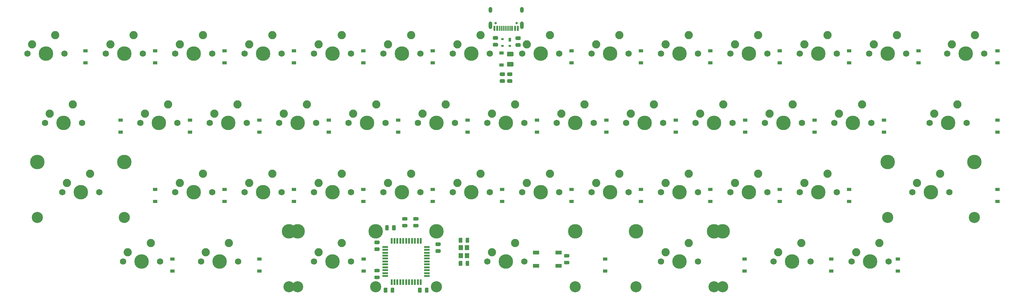
<source format=gbr>
G04 #@! TF.GenerationSoftware,KiCad,Pcbnew,(5.1.4)-1*
G04 #@! TF.CreationDate,2020-11-15T13:42:54-06:00*
G04 #@! TF.ProjectId,minim,6d696e69-6d2e-46b6-9963-61645f706362,rev?*
G04 #@! TF.SameCoordinates,Original*
G04 #@! TF.FileFunction,Soldermask,Bot*
G04 #@! TF.FilePolarity,Negative*
%FSLAX46Y46*%
G04 Gerber Fmt 4.6, Leading zero omitted, Abs format (unit mm)*
G04 Created by KiCad (PCBNEW (5.1.4)-1) date 2020-11-15 13:42:54*
%MOMM*%
%LPD*%
G04 APERTURE LIST*
%ADD10R,1.200000X0.900000*%
%ADD11C,0.100000*%
%ADD12C,0.975000*%
%ADD13R,0.600000X1.450000*%
%ADD14R,0.300000X1.450000*%
%ADD15C,0.650000*%
%ADD16O,1.000000X2.100000*%
%ADD17O,1.000000X1.600000*%
%ADD18R,0.700000X1.000000*%
%ADD19R,0.700000X0.600000*%
%ADD20C,1.250000*%
%ADD21R,1.200000X1.400000*%
%ADD22R,1.500000X0.550000*%
%ADD23R,0.550000X1.500000*%
%ADD24R,1.800000X1.100000*%
%ADD25C,1.750000*%
%ADD26C,2.250000*%
%ADD27C,3.987800*%
%ADD28C,3.048000*%
G04 APERTURE END LIST*
D10*
X22733000Y-8764000D03*
X22733000Y-12064000D03*
D11*
G36*
X113891142Y-56331174D02*
G01*
X113914803Y-56334684D01*
X113938007Y-56340496D01*
X113960529Y-56348554D01*
X113982153Y-56358782D01*
X114002670Y-56371079D01*
X114021883Y-56385329D01*
X114039607Y-56401393D01*
X114055671Y-56419117D01*
X114069921Y-56438330D01*
X114082218Y-56458847D01*
X114092446Y-56480471D01*
X114100504Y-56502993D01*
X114106316Y-56526197D01*
X114109826Y-56549858D01*
X114111000Y-56573750D01*
X114111000Y-57061250D01*
X114109826Y-57085142D01*
X114106316Y-57108803D01*
X114100504Y-57132007D01*
X114092446Y-57154529D01*
X114082218Y-57176153D01*
X114069921Y-57196670D01*
X114055671Y-57215883D01*
X114039607Y-57233607D01*
X114021883Y-57249671D01*
X114002670Y-57263921D01*
X113982153Y-57276218D01*
X113960529Y-57286446D01*
X113938007Y-57294504D01*
X113914803Y-57300316D01*
X113891142Y-57303826D01*
X113867250Y-57305000D01*
X112954750Y-57305000D01*
X112930858Y-57303826D01*
X112907197Y-57300316D01*
X112883993Y-57294504D01*
X112861471Y-57286446D01*
X112839847Y-57276218D01*
X112819330Y-57263921D01*
X112800117Y-57249671D01*
X112782393Y-57233607D01*
X112766329Y-57215883D01*
X112752079Y-57196670D01*
X112739782Y-57176153D01*
X112729554Y-57154529D01*
X112721496Y-57132007D01*
X112715684Y-57108803D01*
X112712174Y-57085142D01*
X112711000Y-57061250D01*
X112711000Y-56573750D01*
X112712174Y-56549858D01*
X112715684Y-56526197D01*
X112721496Y-56502993D01*
X112729554Y-56480471D01*
X112739782Y-56458847D01*
X112752079Y-56438330D01*
X112766329Y-56419117D01*
X112782393Y-56401393D01*
X112800117Y-56385329D01*
X112819330Y-56371079D01*
X112839847Y-56358782D01*
X112861471Y-56348554D01*
X112883993Y-56340496D01*
X112907197Y-56334684D01*
X112930858Y-56331174D01*
X112954750Y-56330000D01*
X113867250Y-56330000D01*
X113891142Y-56331174D01*
X113891142Y-56331174D01*
G37*
D12*
X113411000Y-56817500D03*
D11*
G36*
X113891142Y-54456174D02*
G01*
X113914803Y-54459684D01*
X113938007Y-54465496D01*
X113960529Y-54473554D01*
X113982153Y-54483782D01*
X114002670Y-54496079D01*
X114021883Y-54510329D01*
X114039607Y-54526393D01*
X114055671Y-54544117D01*
X114069921Y-54563330D01*
X114082218Y-54583847D01*
X114092446Y-54605471D01*
X114100504Y-54627993D01*
X114106316Y-54651197D01*
X114109826Y-54674858D01*
X114111000Y-54698750D01*
X114111000Y-55186250D01*
X114109826Y-55210142D01*
X114106316Y-55233803D01*
X114100504Y-55257007D01*
X114092446Y-55279529D01*
X114082218Y-55301153D01*
X114069921Y-55321670D01*
X114055671Y-55340883D01*
X114039607Y-55358607D01*
X114021883Y-55374671D01*
X114002670Y-55388921D01*
X113982153Y-55401218D01*
X113960529Y-55411446D01*
X113938007Y-55419504D01*
X113914803Y-55425316D01*
X113891142Y-55428826D01*
X113867250Y-55430000D01*
X112954750Y-55430000D01*
X112930858Y-55428826D01*
X112907197Y-55425316D01*
X112883993Y-55419504D01*
X112861471Y-55411446D01*
X112839847Y-55401218D01*
X112819330Y-55388921D01*
X112800117Y-55374671D01*
X112782393Y-55358607D01*
X112766329Y-55340883D01*
X112752079Y-55321670D01*
X112739782Y-55301153D01*
X112729554Y-55279529D01*
X112721496Y-55257007D01*
X112715684Y-55233803D01*
X112712174Y-55210142D01*
X112711000Y-55186250D01*
X112711000Y-54698750D01*
X112712174Y-54674858D01*
X112715684Y-54651197D01*
X112721496Y-54627993D01*
X112729554Y-54605471D01*
X112739782Y-54583847D01*
X112752079Y-54563330D01*
X112766329Y-54544117D01*
X112782393Y-54526393D01*
X112800117Y-54510329D01*
X112819330Y-54496079D01*
X112839847Y-54483782D01*
X112861471Y-54473554D01*
X112883993Y-54465496D01*
X112907197Y-54459684D01*
X112930858Y-54456174D01*
X112954750Y-54455000D01*
X113867250Y-54455000D01*
X113891142Y-54456174D01*
X113891142Y-54456174D01*
G37*
D12*
X113411000Y-54942500D03*
D11*
G36*
X119987142Y-63316174D02*
G01*
X120010803Y-63319684D01*
X120034007Y-63325496D01*
X120056529Y-63333554D01*
X120078153Y-63343782D01*
X120098670Y-63356079D01*
X120117883Y-63370329D01*
X120135607Y-63386393D01*
X120151671Y-63404117D01*
X120165921Y-63423330D01*
X120178218Y-63443847D01*
X120188446Y-63465471D01*
X120196504Y-63487993D01*
X120202316Y-63511197D01*
X120205826Y-63534858D01*
X120207000Y-63558750D01*
X120207000Y-64046250D01*
X120205826Y-64070142D01*
X120202316Y-64093803D01*
X120196504Y-64117007D01*
X120188446Y-64139529D01*
X120178218Y-64161153D01*
X120165921Y-64181670D01*
X120151671Y-64200883D01*
X120135607Y-64218607D01*
X120117883Y-64234671D01*
X120098670Y-64248921D01*
X120078153Y-64261218D01*
X120056529Y-64271446D01*
X120034007Y-64279504D01*
X120010803Y-64285316D01*
X119987142Y-64288826D01*
X119963250Y-64290000D01*
X119050750Y-64290000D01*
X119026858Y-64288826D01*
X119003197Y-64285316D01*
X118979993Y-64279504D01*
X118957471Y-64271446D01*
X118935847Y-64261218D01*
X118915330Y-64248921D01*
X118896117Y-64234671D01*
X118878393Y-64218607D01*
X118862329Y-64200883D01*
X118848079Y-64181670D01*
X118835782Y-64161153D01*
X118825554Y-64139529D01*
X118817496Y-64117007D01*
X118811684Y-64093803D01*
X118808174Y-64070142D01*
X118807000Y-64046250D01*
X118807000Y-63558750D01*
X118808174Y-63534858D01*
X118811684Y-63511197D01*
X118817496Y-63487993D01*
X118825554Y-63465471D01*
X118835782Y-63443847D01*
X118848079Y-63423330D01*
X118862329Y-63404117D01*
X118878393Y-63386393D01*
X118896117Y-63370329D01*
X118915330Y-63356079D01*
X118935847Y-63343782D01*
X118957471Y-63333554D01*
X118979993Y-63325496D01*
X119003197Y-63319684D01*
X119026858Y-63316174D01*
X119050750Y-63315000D01*
X119963250Y-63315000D01*
X119987142Y-63316174D01*
X119987142Y-63316174D01*
G37*
D12*
X119507000Y-63802500D03*
D11*
G36*
X119987142Y-61441174D02*
G01*
X120010803Y-61444684D01*
X120034007Y-61450496D01*
X120056529Y-61458554D01*
X120078153Y-61468782D01*
X120098670Y-61481079D01*
X120117883Y-61495329D01*
X120135607Y-61511393D01*
X120151671Y-61529117D01*
X120165921Y-61548330D01*
X120178218Y-61568847D01*
X120188446Y-61590471D01*
X120196504Y-61612993D01*
X120202316Y-61636197D01*
X120205826Y-61659858D01*
X120207000Y-61683750D01*
X120207000Y-62171250D01*
X120205826Y-62195142D01*
X120202316Y-62218803D01*
X120196504Y-62242007D01*
X120188446Y-62264529D01*
X120178218Y-62286153D01*
X120165921Y-62306670D01*
X120151671Y-62325883D01*
X120135607Y-62343607D01*
X120117883Y-62359671D01*
X120098670Y-62373921D01*
X120078153Y-62386218D01*
X120056529Y-62396446D01*
X120034007Y-62404504D01*
X120010803Y-62410316D01*
X119987142Y-62413826D01*
X119963250Y-62415000D01*
X119050750Y-62415000D01*
X119026858Y-62413826D01*
X119003197Y-62410316D01*
X118979993Y-62404504D01*
X118957471Y-62396446D01*
X118935847Y-62386218D01*
X118915330Y-62373921D01*
X118896117Y-62359671D01*
X118878393Y-62343607D01*
X118862329Y-62325883D01*
X118848079Y-62306670D01*
X118835782Y-62286153D01*
X118825554Y-62264529D01*
X118817496Y-62242007D01*
X118811684Y-62218803D01*
X118808174Y-62195142D01*
X118807000Y-62171250D01*
X118807000Y-61683750D01*
X118808174Y-61659858D01*
X118811684Y-61636197D01*
X118817496Y-61612993D01*
X118825554Y-61590471D01*
X118835782Y-61568847D01*
X118848079Y-61548330D01*
X118862329Y-61529117D01*
X118878393Y-61511393D01*
X118896117Y-61495329D01*
X118915330Y-61481079D01*
X118935847Y-61468782D01*
X118957471Y-61458554D01*
X118979993Y-61450496D01*
X119003197Y-61444684D01*
X119026858Y-61441174D01*
X119050750Y-61440000D01*
X119963250Y-61440000D01*
X119987142Y-61441174D01*
X119987142Y-61441174D01*
G37*
D12*
X119507000Y-61927500D03*
D13*
X141401000Y-2615000D03*
X134951000Y-2615000D03*
X140626000Y-2615000D03*
X135726000Y-2615000D03*
D14*
X136426000Y-2615000D03*
X139926000Y-2615000D03*
X136926000Y-2615000D03*
X139426000Y-2615000D03*
X137426000Y-2615000D03*
X138926000Y-2615000D03*
X138426000Y-2615000D03*
X137926000Y-2615000D03*
D15*
X141066000Y-1170000D03*
X135286000Y-1170000D03*
D16*
X133856000Y-1700000D03*
X142496000Y-1700000D03*
D17*
X133856000Y2480000D03*
X142496000Y2480000D03*
D18*
X139176000Y-5727000D03*
D19*
X137176000Y-5527000D03*
X139176000Y-7427000D03*
X137176000Y-7427000D03*
D11*
G36*
X139672142Y-14705174D02*
G01*
X139695803Y-14708684D01*
X139719007Y-14714496D01*
X139741529Y-14722554D01*
X139763153Y-14732782D01*
X139783670Y-14745079D01*
X139802883Y-14759329D01*
X139820607Y-14775393D01*
X139836671Y-14793117D01*
X139850921Y-14812330D01*
X139863218Y-14832847D01*
X139873446Y-14854471D01*
X139881504Y-14876993D01*
X139887316Y-14900197D01*
X139890826Y-14923858D01*
X139892000Y-14947750D01*
X139892000Y-15435250D01*
X139890826Y-15459142D01*
X139887316Y-15482803D01*
X139881504Y-15506007D01*
X139873446Y-15528529D01*
X139863218Y-15550153D01*
X139850921Y-15570670D01*
X139836671Y-15589883D01*
X139820607Y-15607607D01*
X139802883Y-15623671D01*
X139783670Y-15637921D01*
X139763153Y-15650218D01*
X139741529Y-15660446D01*
X139719007Y-15668504D01*
X139695803Y-15674316D01*
X139672142Y-15677826D01*
X139648250Y-15679000D01*
X138735750Y-15679000D01*
X138711858Y-15677826D01*
X138688197Y-15674316D01*
X138664993Y-15668504D01*
X138642471Y-15660446D01*
X138620847Y-15650218D01*
X138600330Y-15637921D01*
X138581117Y-15623671D01*
X138563393Y-15607607D01*
X138547329Y-15589883D01*
X138533079Y-15570670D01*
X138520782Y-15550153D01*
X138510554Y-15528529D01*
X138502496Y-15506007D01*
X138496684Y-15482803D01*
X138493174Y-15459142D01*
X138492000Y-15435250D01*
X138492000Y-14947750D01*
X138493174Y-14923858D01*
X138496684Y-14900197D01*
X138502496Y-14876993D01*
X138510554Y-14854471D01*
X138520782Y-14832847D01*
X138533079Y-14812330D01*
X138547329Y-14793117D01*
X138563393Y-14775393D01*
X138581117Y-14759329D01*
X138600330Y-14745079D01*
X138620847Y-14732782D01*
X138642471Y-14722554D01*
X138664993Y-14714496D01*
X138688197Y-14708684D01*
X138711858Y-14705174D01*
X138735750Y-14704000D01*
X139648250Y-14704000D01*
X139672142Y-14705174D01*
X139672142Y-14705174D01*
G37*
D12*
X139192000Y-15191500D03*
D11*
G36*
X139672142Y-16580174D02*
G01*
X139695803Y-16583684D01*
X139719007Y-16589496D01*
X139741529Y-16597554D01*
X139763153Y-16607782D01*
X139783670Y-16620079D01*
X139802883Y-16634329D01*
X139820607Y-16650393D01*
X139836671Y-16668117D01*
X139850921Y-16687330D01*
X139863218Y-16707847D01*
X139873446Y-16729471D01*
X139881504Y-16751993D01*
X139887316Y-16775197D01*
X139890826Y-16798858D01*
X139892000Y-16822750D01*
X139892000Y-17310250D01*
X139890826Y-17334142D01*
X139887316Y-17357803D01*
X139881504Y-17381007D01*
X139873446Y-17403529D01*
X139863218Y-17425153D01*
X139850921Y-17445670D01*
X139836671Y-17464883D01*
X139820607Y-17482607D01*
X139802883Y-17498671D01*
X139783670Y-17512921D01*
X139763153Y-17525218D01*
X139741529Y-17535446D01*
X139719007Y-17543504D01*
X139695803Y-17549316D01*
X139672142Y-17552826D01*
X139648250Y-17554000D01*
X138735750Y-17554000D01*
X138711858Y-17552826D01*
X138688197Y-17549316D01*
X138664993Y-17543504D01*
X138642471Y-17535446D01*
X138620847Y-17525218D01*
X138600330Y-17512921D01*
X138581117Y-17498671D01*
X138563393Y-17482607D01*
X138547329Y-17464883D01*
X138533079Y-17445670D01*
X138520782Y-17425153D01*
X138510554Y-17403529D01*
X138502496Y-17381007D01*
X138496684Y-17357803D01*
X138493174Y-17334142D01*
X138492000Y-17310250D01*
X138492000Y-16822750D01*
X138493174Y-16798858D01*
X138496684Y-16775197D01*
X138502496Y-16751993D01*
X138510554Y-16729471D01*
X138520782Y-16707847D01*
X138533079Y-16687330D01*
X138547329Y-16668117D01*
X138563393Y-16650393D01*
X138581117Y-16634329D01*
X138600330Y-16620079D01*
X138620847Y-16607782D01*
X138642471Y-16597554D01*
X138664993Y-16589496D01*
X138688197Y-16583684D01*
X138711858Y-16580174D01*
X138735750Y-16579000D01*
X139648250Y-16579000D01*
X139672142Y-16580174D01*
X139672142Y-16580174D01*
G37*
D12*
X139192000Y-17066500D03*
D11*
G36*
X137640142Y-14705174D02*
G01*
X137663803Y-14708684D01*
X137687007Y-14714496D01*
X137709529Y-14722554D01*
X137731153Y-14732782D01*
X137751670Y-14745079D01*
X137770883Y-14759329D01*
X137788607Y-14775393D01*
X137804671Y-14793117D01*
X137818921Y-14812330D01*
X137831218Y-14832847D01*
X137841446Y-14854471D01*
X137849504Y-14876993D01*
X137855316Y-14900197D01*
X137858826Y-14923858D01*
X137860000Y-14947750D01*
X137860000Y-15435250D01*
X137858826Y-15459142D01*
X137855316Y-15482803D01*
X137849504Y-15506007D01*
X137841446Y-15528529D01*
X137831218Y-15550153D01*
X137818921Y-15570670D01*
X137804671Y-15589883D01*
X137788607Y-15607607D01*
X137770883Y-15623671D01*
X137751670Y-15637921D01*
X137731153Y-15650218D01*
X137709529Y-15660446D01*
X137687007Y-15668504D01*
X137663803Y-15674316D01*
X137640142Y-15677826D01*
X137616250Y-15679000D01*
X136703750Y-15679000D01*
X136679858Y-15677826D01*
X136656197Y-15674316D01*
X136632993Y-15668504D01*
X136610471Y-15660446D01*
X136588847Y-15650218D01*
X136568330Y-15637921D01*
X136549117Y-15623671D01*
X136531393Y-15607607D01*
X136515329Y-15589883D01*
X136501079Y-15570670D01*
X136488782Y-15550153D01*
X136478554Y-15528529D01*
X136470496Y-15506007D01*
X136464684Y-15482803D01*
X136461174Y-15459142D01*
X136460000Y-15435250D01*
X136460000Y-14947750D01*
X136461174Y-14923858D01*
X136464684Y-14900197D01*
X136470496Y-14876993D01*
X136478554Y-14854471D01*
X136488782Y-14832847D01*
X136501079Y-14812330D01*
X136515329Y-14793117D01*
X136531393Y-14775393D01*
X136549117Y-14759329D01*
X136568330Y-14745079D01*
X136588847Y-14732782D01*
X136610471Y-14722554D01*
X136632993Y-14714496D01*
X136656197Y-14708684D01*
X136679858Y-14705174D01*
X136703750Y-14704000D01*
X137616250Y-14704000D01*
X137640142Y-14705174D01*
X137640142Y-14705174D01*
G37*
D12*
X137160000Y-15191500D03*
D11*
G36*
X137640142Y-16580174D02*
G01*
X137663803Y-16583684D01*
X137687007Y-16589496D01*
X137709529Y-16597554D01*
X137731153Y-16607782D01*
X137751670Y-16620079D01*
X137770883Y-16634329D01*
X137788607Y-16650393D01*
X137804671Y-16668117D01*
X137818921Y-16687330D01*
X137831218Y-16707847D01*
X137841446Y-16729471D01*
X137849504Y-16751993D01*
X137855316Y-16775197D01*
X137858826Y-16798858D01*
X137860000Y-16822750D01*
X137860000Y-17310250D01*
X137858826Y-17334142D01*
X137855316Y-17357803D01*
X137849504Y-17381007D01*
X137841446Y-17403529D01*
X137831218Y-17425153D01*
X137818921Y-17445670D01*
X137804671Y-17464883D01*
X137788607Y-17482607D01*
X137770883Y-17498671D01*
X137751670Y-17512921D01*
X137731153Y-17525218D01*
X137709529Y-17535446D01*
X137687007Y-17543504D01*
X137663803Y-17549316D01*
X137640142Y-17552826D01*
X137616250Y-17554000D01*
X136703750Y-17554000D01*
X136679858Y-17552826D01*
X136656197Y-17549316D01*
X136632993Y-17543504D01*
X136610471Y-17535446D01*
X136588847Y-17525218D01*
X136568330Y-17512921D01*
X136549117Y-17498671D01*
X136531393Y-17482607D01*
X136515329Y-17464883D01*
X136501079Y-17445670D01*
X136488782Y-17425153D01*
X136478554Y-17403529D01*
X136470496Y-17381007D01*
X136464684Y-17357803D01*
X136461174Y-17334142D01*
X136460000Y-17310250D01*
X136460000Y-16822750D01*
X136461174Y-16798858D01*
X136464684Y-16775197D01*
X136470496Y-16751993D01*
X136478554Y-16729471D01*
X136488782Y-16707847D01*
X136501079Y-16687330D01*
X136515329Y-16668117D01*
X136531393Y-16650393D01*
X136549117Y-16634329D01*
X136568330Y-16620079D01*
X136588847Y-16607782D01*
X136610471Y-16597554D01*
X136632993Y-16589496D01*
X136656197Y-16583684D01*
X136679858Y-16580174D01*
X136703750Y-16579000D01*
X137616250Y-16579000D01*
X137640142Y-16580174D01*
X137640142Y-16580174D01*
G37*
D12*
X137160000Y-17066500D03*
D11*
G36*
X141958142Y-6674174D02*
G01*
X141981803Y-6677684D01*
X142005007Y-6683496D01*
X142027529Y-6691554D01*
X142049153Y-6701782D01*
X142069670Y-6714079D01*
X142088883Y-6728329D01*
X142106607Y-6744393D01*
X142122671Y-6762117D01*
X142136921Y-6781330D01*
X142149218Y-6801847D01*
X142159446Y-6823471D01*
X142167504Y-6845993D01*
X142173316Y-6869197D01*
X142176826Y-6892858D01*
X142178000Y-6916750D01*
X142178000Y-7404250D01*
X142176826Y-7428142D01*
X142173316Y-7451803D01*
X142167504Y-7475007D01*
X142159446Y-7497529D01*
X142149218Y-7519153D01*
X142136921Y-7539670D01*
X142122671Y-7558883D01*
X142106607Y-7576607D01*
X142088883Y-7592671D01*
X142069670Y-7606921D01*
X142049153Y-7619218D01*
X142027529Y-7629446D01*
X142005007Y-7637504D01*
X141981803Y-7643316D01*
X141958142Y-7646826D01*
X141934250Y-7648000D01*
X141021750Y-7648000D01*
X140997858Y-7646826D01*
X140974197Y-7643316D01*
X140950993Y-7637504D01*
X140928471Y-7629446D01*
X140906847Y-7619218D01*
X140886330Y-7606921D01*
X140867117Y-7592671D01*
X140849393Y-7576607D01*
X140833329Y-7558883D01*
X140819079Y-7539670D01*
X140806782Y-7519153D01*
X140796554Y-7497529D01*
X140788496Y-7475007D01*
X140782684Y-7451803D01*
X140779174Y-7428142D01*
X140778000Y-7404250D01*
X140778000Y-6916750D01*
X140779174Y-6892858D01*
X140782684Y-6869197D01*
X140788496Y-6845993D01*
X140796554Y-6823471D01*
X140806782Y-6801847D01*
X140819079Y-6781330D01*
X140833329Y-6762117D01*
X140849393Y-6744393D01*
X140867117Y-6728329D01*
X140886330Y-6714079D01*
X140906847Y-6701782D01*
X140928471Y-6691554D01*
X140950993Y-6683496D01*
X140974197Y-6677684D01*
X140997858Y-6674174D01*
X141021750Y-6673000D01*
X141934250Y-6673000D01*
X141958142Y-6674174D01*
X141958142Y-6674174D01*
G37*
D12*
X141478000Y-7160500D03*
D11*
G36*
X141958142Y-4799174D02*
G01*
X141981803Y-4802684D01*
X142005007Y-4808496D01*
X142027529Y-4816554D01*
X142049153Y-4826782D01*
X142069670Y-4839079D01*
X142088883Y-4853329D01*
X142106607Y-4869393D01*
X142122671Y-4887117D01*
X142136921Y-4906330D01*
X142149218Y-4926847D01*
X142159446Y-4948471D01*
X142167504Y-4970993D01*
X142173316Y-4994197D01*
X142176826Y-5017858D01*
X142178000Y-5041750D01*
X142178000Y-5529250D01*
X142176826Y-5553142D01*
X142173316Y-5576803D01*
X142167504Y-5600007D01*
X142159446Y-5622529D01*
X142149218Y-5644153D01*
X142136921Y-5664670D01*
X142122671Y-5683883D01*
X142106607Y-5701607D01*
X142088883Y-5717671D01*
X142069670Y-5731921D01*
X142049153Y-5744218D01*
X142027529Y-5754446D01*
X142005007Y-5762504D01*
X141981803Y-5768316D01*
X141958142Y-5771826D01*
X141934250Y-5773000D01*
X141021750Y-5773000D01*
X140997858Y-5771826D01*
X140974197Y-5768316D01*
X140950993Y-5762504D01*
X140928471Y-5754446D01*
X140906847Y-5744218D01*
X140886330Y-5731921D01*
X140867117Y-5717671D01*
X140849393Y-5701607D01*
X140833329Y-5683883D01*
X140819079Y-5664670D01*
X140806782Y-5644153D01*
X140796554Y-5622529D01*
X140788496Y-5600007D01*
X140782684Y-5576803D01*
X140779174Y-5553142D01*
X140778000Y-5529250D01*
X140778000Y-5041750D01*
X140779174Y-5017858D01*
X140782684Y-4994197D01*
X140788496Y-4970993D01*
X140796554Y-4948471D01*
X140806782Y-4926847D01*
X140819079Y-4906330D01*
X140833329Y-4887117D01*
X140849393Y-4869393D01*
X140867117Y-4853329D01*
X140886330Y-4839079D01*
X140906847Y-4826782D01*
X140928471Y-4816554D01*
X140950993Y-4808496D01*
X140974197Y-4802684D01*
X140997858Y-4799174D01*
X141021750Y-4798000D01*
X141934250Y-4798000D01*
X141958142Y-4799174D01*
X141958142Y-4799174D01*
G37*
D12*
X141478000Y-5285500D03*
D11*
G36*
X135735142Y-6595674D02*
G01*
X135758803Y-6599184D01*
X135782007Y-6604996D01*
X135804529Y-6613054D01*
X135826153Y-6623282D01*
X135846670Y-6635579D01*
X135865883Y-6649829D01*
X135883607Y-6665893D01*
X135899671Y-6683617D01*
X135913921Y-6702830D01*
X135926218Y-6723347D01*
X135936446Y-6744971D01*
X135944504Y-6767493D01*
X135950316Y-6790697D01*
X135953826Y-6814358D01*
X135955000Y-6838250D01*
X135955000Y-7325750D01*
X135953826Y-7349642D01*
X135950316Y-7373303D01*
X135944504Y-7396507D01*
X135936446Y-7419029D01*
X135926218Y-7440653D01*
X135913921Y-7461170D01*
X135899671Y-7480383D01*
X135883607Y-7498107D01*
X135865883Y-7514171D01*
X135846670Y-7528421D01*
X135826153Y-7540718D01*
X135804529Y-7550946D01*
X135782007Y-7559004D01*
X135758803Y-7564816D01*
X135735142Y-7568326D01*
X135711250Y-7569500D01*
X134798750Y-7569500D01*
X134774858Y-7568326D01*
X134751197Y-7564816D01*
X134727993Y-7559004D01*
X134705471Y-7550946D01*
X134683847Y-7540718D01*
X134663330Y-7528421D01*
X134644117Y-7514171D01*
X134626393Y-7498107D01*
X134610329Y-7480383D01*
X134596079Y-7461170D01*
X134583782Y-7440653D01*
X134573554Y-7419029D01*
X134565496Y-7396507D01*
X134559684Y-7373303D01*
X134556174Y-7349642D01*
X134555000Y-7325750D01*
X134555000Y-6838250D01*
X134556174Y-6814358D01*
X134559684Y-6790697D01*
X134565496Y-6767493D01*
X134573554Y-6744971D01*
X134583782Y-6723347D01*
X134596079Y-6702830D01*
X134610329Y-6683617D01*
X134626393Y-6665893D01*
X134644117Y-6649829D01*
X134663330Y-6635579D01*
X134683847Y-6623282D01*
X134705471Y-6613054D01*
X134727993Y-6604996D01*
X134751197Y-6599184D01*
X134774858Y-6595674D01*
X134798750Y-6594500D01*
X135711250Y-6594500D01*
X135735142Y-6595674D01*
X135735142Y-6595674D01*
G37*
D12*
X135255000Y-7082000D03*
D11*
G36*
X135735142Y-4720674D02*
G01*
X135758803Y-4724184D01*
X135782007Y-4729996D01*
X135804529Y-4738054D01*
X135826153Y-4748282D01*
X135846670Y-4760579D01*
X135865883Y-4774829D01*
X135883607Y-4790893D01*
X135899671Y-4808617D01*
X135913921Y-4827830D01*
X135926218Y-4848347D01*
X135936446Y-4869971D01*
X135944504Y-4892493D01*
X135950316Y-4915697D01*
X135953826Y-4939358D01*
X135955000Y-4963250D01*
X135955000Y-5450750D01*
X135953826Y-5474642D01*
X135950316Y-5498303D01*
X135944504Y-5521507D01*
X135936446Y-5544029D01*
X135926218Y-5565653D01*
X135913921Y-5586170D01*
X135899671Y-5605383D01*
X135883607Y-5623107D01*
X135865883Y-5639171D01*
X135846670Y-5653421D01*
X135826153Y-5665718D01*
X135804529Y-5675946D01*
X135782007Y-5684004D01*
X135758803Y-5689816D01*
X135735142Y-5693326D01*
X135711250Y-5694500D01*
X134798750Y-5694500D01*
X134774858Y-5693326D01*
X134751197Y-5689816D01*
X134727993Y-5684004D01*
X134705471Y-5675946D01*
X134683847Y-5665718D01*
X134663330Y-5653421D01*
X134644117Y-5639171D01*
X134626393Y-5623107D01*
X134610329Y-5605383D01*
X134596079Y-5586170D01*
X134583782Y-5565653D01*
X134573554Y-5544029D01*
X134565496Y-5521507D01*
X134559684Y-5498303D01*
X134556174Y-5474642D01*
X134555000Y-5450750D01*
X134555000Y-4963250D01*
X134556174Y-4939358D01*
X134559684Y-4915697D01*
X134565496Y-4892493D01*
X134573554Y-4869971D01*
X134583782Y-4848347D01*
X134596079Y-4827830D01*
X134610329Y-4808617D01*
X134626393Y-4790893D01*
X134644117Y-4774829D01*
X134663330Y-4760579D01*
X134683847Y-4748282D01*
X134705471Y-4738054D01*
X134727993Y-4729996D01*
X134751197Y-4724184D01*
X134774858Y-4720674D01*
X134798750Y-4719500D01*
X135711250Y-4719500D01*
X135735142Y-4720674D01*
X135735142Y-4720674D01*
G37*
D12*
X135255000Y-5207000D03*
D11*
G36*
X139968504Y-11825204D02*
G01*
X139992773Y-11828804D01*
X140016571Y-11834765D01*
X140039671Y-11843030D01*
X140061849Y-11853520D01*
X140082893Y-11866133D01*
X140102598Y-11880747D01*
X140120777Y-11897223D01*
X140137253Y-11915402D01*
X140151867Y-11935107D01*
X140164480Y-11956151D01*
X140174970Y-11978329D01*
X140183235Y-12001429D01*
X140189196Y-12025227D01*
X140192796Y-12049496D01*
X140194000Y-12074000D01*
X140194000Y-12824000D01*
X140192796Y-12848504D01*
X140189196Y-12872773D01*
X140183235Y-12896571D01*
X140174970Y-12919671D01*
X140164480Y-12941849D01*
X140151867Y-12962893D01*
X140137253Y-12982598D01*
X140120777Y-13000777D01*
X140102598Y-13017253D01*
X140082893Y-13031867D01*
X140061849Y-13044480D01*
X140039671Y-13054970D01*
X140016571Y-13063235D01*
X139992773Y-13069196D01*
X139968504Y-13072796D01*
X139944000Y-13074000D01*
X138694000Y-13074000D01*
X138669496Y-13072796D01*
X138645227Y-13069196D01*
X138621429Y-13063235D01*
X138598329Y-13054970D01*
X138576151Y-13044480D01*
X138555107Y-13031867D01*
X138535402Y-13017253D01*
X138517223Y-13000777D01*
X138500747Y-12982598D01*
X138486133Y-12962893D01*
X138473520Y-12941849D01*
X138463030Y-12919671D01*
X138454765Y-12896571D01*
X138448804Y-12872773D01*
X138445204Y-12848504D01*
X138444000Y-12824000D01*
X138444000Y-12074000D01*
X138445204Y-12049496D01*
X138448804Y-12025227D01*
X138454765Y-12001429D01*
X138463030Y-11978329D01*
X138473520Y-11956151D01*
X138486133Y-11935107D01*
X138500747Y-11915402D01*
X138517223Y-11897223D01*
X138535402Y-11880747D01*
X138555107Y-11866133D01*
X138576151Y-11853520D01*
X138598329Y-11843030D01*
X138621429Y-11834765D01*
X138645227Y-11828804D01*
X138669496Y-11825204D01*
X138694000Y-11824000D01*
X139944000Y-11824000D01*
X139968504Y-11825204D01*
X139968504Y-11825204D01*
G37*
D20*
X139319000Y-12449000D03*
D11*
G36*
X139968504Y-9025204D02*
G01*
X139992773Y-9028804D01*
X140016571Y-9034765D01*
X140039671Y-9043030D01*
X140061849Y-9053520D01*
X140082893Y-9066133D01*
X140102598Y-9080747D01*
X140120777Y-9097223D01*
X140137253Y-9115402D01*
X140151867Y-9135107D01*
X140164480Y-9156151D01*
X140174970Y-9178329D01*
X140183235Y-9201429D01*
X140189196Y-9225227D01*
X140192796Y-9249496D01*
X140194000Y-9274000D01*
X140194000Y-10024000D01*
X140192796Y-10048504D01*
X140189196Y-10072773D01*
X140183235Y-10096571D01*
X140174970Y-10119671D01*
X140164480Y-10141849D01*
X140151867Y-10162893D01*
X140137253Y-10182598D01*
X140120777Y-10200777D01*
X140102598Y-10217253D01*
X140082893Y-10231867D01*
X140061849Y-10244480D01*
X140039671Y-10254970D01*
X140016571Y-10263235D01*
X139992773Y-10269196D01*
X139968504Y-10272796D01*
X139944000Y-10274000D01*
X138694000Y-10274000D01*
X138669496Y-10272796D01*
X138645227Y-10269196D01*
X138621429Y-10263235D01*
X138598329Y-10254970D01*
X138576151Y-10244480D01*
X138555107Y-10231867D01*
X138535402Y-10217253D01*
X138517223Y-10200777D01*
X138500747Y-10182598D01*
X138486133Y-10162893D01*
X138473520Y-10141849D01*
X138463030Y-10119671D01*
X138454765Y-10096571D01*
X138448804Y-10072773D01*
X138445204Y-10048504D01*
X138444000Y-10024000D01*
X138444000Y-9274000D01*
X138445204Y-9249496D01*
X138448804Y-9225227D01*
X138454765Y-9201429D01*
X138463030Y-9178329D01*
X138473520Y-9156151D01*
X138486133Y-9135107D01*
X138500747Y-9115402D01*
X138517223Y-9097223D01*
X138535402Y-9080747D01*
X138555107Y-9066133D01*
X138576151Y-9053520D01*
X138598329Y-9043030D01*
X138621429Y-9034765D01*
X138645227Y-9028804D01*
X138669496Y-9025204D01*
X138694000Y-9024000D01*
X139944000Y-9024000D01*
X139968504Y-9025204D01*
X139968504Y-9025204D01*
G37*
D20*
X139319000Y-9649000D03*
D21*
X127469000Y-65108000D03*
X127469000Y-62908000D03*
X125769000Y-62908000D03*
X125769000Y-65108000D03*
D22*
X105044000Y-62675000D03*
X105044000Y-63475000D03*
X105044000Y-64275000D03*
X105044000Y-65075000D03*
X105044000Y-65875000D03*
X105044000Y-66675000D03*
X105044000Y-67475000D03*
X105044000Y-68275000D03*
X105044000Y-69075000D03*
X105044000Y-69875000D03*
X105044000Y-70675000D03*
D23*
X106744000Y-72375000D03*
X107544000Y-72375000D03*
X108344000Y-72375000D03*
X109144000Y-72375000D03*
X109944000Y-72375000D03*
X110744000Y-72375000D03*
X111544000Y-72375000D03*
X112344000Y-72375000D03*
X113144000Y-72375000D03*
X113944000Y-72375000D03*
X114744000Y-72375000D03*
D22*
X116444000Y-70675000D03*
X116444000Y-69875000D03*
X116444000Y-69075000D03*
X116444000Y-68275000D03*
X116444000Y-67475000D03*
X116444000Y-66675000D03*
X116444000Y-65875000D03*
X116444000Y-65075000D03*
X116444000Y-64275000D03*
X116444000Y-63475000D03*
X116444000Y-62675000D03*
D23*
X114744000Y-60975000D03*
X113944000Y-60975000D03*
X113144000Y-60975000D03*
X112344000Y-60975000D03*
X111544000Y-60975000D03*
X110744000Y-60975000D03*
X109944000Y-60975000D03*
X109144000Y-60975000D03*
X108344000Y-60975000D03*
X107544000Y-60975000D03*
X106744000Y-60975000D03*
D24*
X152579000Y-64190000D03*
X146379000Y-67890000D03*
X152579000Y-67890000D03*
X146379000Y-64190000D03*
D11*
G36*
X105375142Y-73850174D02*
G01*
X105398803Y-73853684D01*
X105422007Y-73859496D01*
X105444529Y-73867554D01*
X105466153Y-73877782D01*
X105486670Y-73890079D01*
X105505883Y-73904329D01*
X105523607Y-73920393D01*
X105539671Y-73938117D01*
X105553921Y-73957330D01*
X105566218Y-73977847D01*
X105576446Y-73999471D01*
X105584504Y-74021993D01*
X105590316Y-74045197D01*
X105593826Y-74068858D01*
X105595000Y-74092750D01*
X105595000Y-75005250D01*
X105593826Y-75029142D01*
X105590316Y-75052803D01*
X105584504Y-75076007D01*
X105576446Y-75098529D01*
X105566218Y-75120153D01*
X105553921Y-75140670D01*
X105539671Y-75159883D01*
X105523607Y-75177607D01*
X105505883Y-75193671D01*
X105486670Y-75207921D01*
X105466153Y-75220218D01*
X105444529Y-75230446D01*
X105422007Y-75238504D01*
X105398803Y-75244316D01*
X105375142Y-75247826D01*
X105351250Y-75249000D01*
X104863750Y-75249000D01*
X104839858Y-75247826D01*
X104816197Y-75244316D01*
X104792993Y-75238504D01*
X104770471Y-75230446D01*
X104748847Y-75220218D01*
X104728330Y-75207921D01*
X104709117Y-75193671D01*
X104691393Y-75177607D01*
X104675329Y-75159883D01*
X104661079Y-75140670D01*
X104648782Y-75120153D01*
X104638554Y-75098529D01*
X104630496Y-75076007D01*
X104624684Y-75052803D01*
X104621174Y-75029142D01*
X104620000Y-75005250D01*
X104620000Y-74092750D01*
X104621174Y-74068858D01*
X104624684Y-74045197D01*
X104630496Y-74021993D01*
X104638554Y-73999471D01*
X104648782Y-73977847D01*
X104661079Y-73957330D01*
X104675329Y-73938117D01*
X104691393Y-73920393D01*
X104709117Y-73904329D01*
X104728330Y-73890079D01*
X104748847Y-73877782D01*
X104770471Y-73867554D01*
X104792993Y-73859496D01*
X104816197Y-73853684D01*
X104839858Y-73850174D01*
X104863750Y-73849000D01*
X105351250Y-73849000D01*
X105375142Y-73850174D01*
X105375142Y-73850174D01*
G37*
D12*
X105107500Y-74549000D03*
D11*
G36*
X107250142Y-73850174D02*
G01*
X107273803Y-73853684D01*
X107297007Y-73859496D01*
X107319529Y-73867554D01*
X107341153Y-73877782D01*
X107361670Y-73890079D01*
X107380883Y-73904329D01*
X107398607Y-73920393D01*
X107414671Y-73938117D01*
X107428921Y-73957330D01*
X107441218Y-73977847D01*
X107451446Y-73999471D01*
X107459504Y-74021993D01*
X107465316Y-74045197D01*
X107468826Y-74068858D01*
X107470000Y-74092750D01*
X107470000Y-75005250D01*
X107468826Y-75029142D01*
X107465316Y-75052803D01*
X107459504Y-75076007D01*
X107451446Y-75098529D01*
X107441218Y-75120153D01*
X107428921Y-75140670D01*
X107414671Y-75159883D01*
X107398607Y-75177607D01*
X107380883Y-75193671D01*
X107361670Y-75207921D01*
X107341153Y-75220218D01*
X107319529Y-75230446D01*
X107297007Y-75238504D01*
X107273803Y-75244316D01*
X107250142Y-75247826D01*
X107226250Y-75249000D01*
X106738750Y-75249000D01*
X106714858Y-75247826D01*
X106691197Y-75244316D01*
X106667993Y-75238504D01*
X106645471Y-75230446D01*
X106623847Y-75220218D01*
X106603330Y-75207921D01*
X106584117Y-75193671D01*
X106566393Y-75177607D01*
X106550329Y-75159883D01*
X106536079Y-75140670D01*
X106523782Y-75120153D01*
X106513554Y-75098529D01*
X106505496Y-75076007D01*
X106499684Y-75052803D01*
X106496174Y-75029142D01*
X106495000Y-75005250D01*
X106495000Y-74092750D01*
X106496174Y-74068858D01*
X106499684Y-74045197D01*
X106505496Y-74021993D01*
X106513554Y-73999471D01*
X106523782Y-73977847D01*
X106536079Y-73957330D01*
X106550329Y-73938117D01*
X106566393Y-73920393D01*
X106584117Y-73904329D01*
X106603330Y-73890079D01*
X106623847Y-73877782D01*
X106645471Y-73867554D01*
X106667993Y-73859496D01*
X106691197Y-73853684D01*
X106714858Y-73850174D01*
X106738750Y-73849000D01*
X107226250Y-73849000D01*
X107250142Y-73850174D01*
X107250142Y-73850174D01*
G37*
D12*
X106982500Y-74549000D03*
D11*
G36*
X155293142Y-66491174D02*
G01*
X155316803Y-66494684D01*
X155340007Y-66500496D01*
X155362529Y-66508554D01*
X155384153Y-66518782D01*
X155404670Y-66531079D01*
X155423883Y-66545329D01*
X155441607Y-66561393D01*
X155457671Y-66579117D01*
X155471921Y-66598330D01*
X155484218Y-66618847D01*
X155494446Y-66640471D01*
X155502504Y-66662993D01*
X155508316Y-66686197D01*
X155511826Y-66709858D01*
X155513000Y-66733750D01*
X155513000Y-67221250D01*
X155511826Y-67245142D01*
X155508316Y-67268803D01*
X155502504Y-67292007D01*
X155494446Y-67314529D01*
X155484218Y-67336153D01*
X155471921Y-67356670D01*
X155457671Y-67375883D01*
X155441607Y-67393607D01*
X155423883Y-67409671D01*
X155404670Y-67423921D01*
X155384153Y-67436218D01*
X155362529Y-67446446D01*
X155340007Y-67454504D01*
X155316803Y-67460316D01*
X155293142Y-67463826D01*
X155269250Y-67465000D01*
X154356750Y-67465000D01*
X154332858Y-67463826D01*
X154309197Y-67460316D01*
X154285993Y-67454504D01*
X154263471Y-67446446D01*
X154241847Y-67436218D01*
X154221330Y-67423921D01*
X154202117Y-67409671D01*
X154184393Y-67393607D01*
X154168329Y-67375883D01*
X154154079Y-67356670D01*
X154141782Y-67336153D01*
X154131554Y-67314529D01*
X154123496Y-67292007D01*
X154117684Y-67268803D01*
X154114174Y-67245142D01*
X154113000Y-67221250D01*
X154113000Y-66733750D01*
X154114174Y-66709858D01*
X154117684Y-66686197D01*
X154123496Y-66662993D01*
X154131554Y-66640471D01*
X154141782Y-66618847D01*
X154154079Y-66598330D01*
X154168329Y-66579117D01*
X154184393Y-66561393D01*
X154202117Y-66545329D01*
X154221330Y-66531079D01*
X154241847Y-66518782D01*
X154263471Y-66508554D01*
X154285993Y-66500496D01*
X154309197Y-66494684D01*
X154332858Y-66491174D01*
X154356750Y-66490000D01*
X155269250Y-66490000D01*
X155293142Y-66491174D01*
X155293142Y-66491174D01*
G37*
D12*
X154813000Y-66977500D03*
D11*
G36*
X155293142Y-64616174D02*
G01*
X155316803Y-64619684D01*
X155340007Y-64625496D01*
X155362529Y-64633554D01*
X155384153Y-64643782D01*
X155404670Y-64656079D01*
X155423883Y-64670329D01*
X155441607Y-64686393D01*
X155457671Y-64704117D01*
X155471921Y-64723330D01*
X155484218Y-64743847D01*
X155494446Y-64765471D01*
X155502504Y-64787993D01*
X155508316Y-64811197D01*
X155511826Y-64834858D01*
X155513000Y-64858750D01*
X155513000Y-65346250D01*
X155511826Y-65370142D01*
X155508316Y-65393803D01*
X155502504Y-65417007D01*
X155494446Y-65439529D01*
X155484218Y-65461153D01*
X155471921Y-65481670D01*
X155457671Y-65500883D01*
X155441607Y-65518607D01*
X155423883Y-65534671D01*
X155404670Y-65548921D01*
X155384153Y-65561218D01*
X155362529Y-65571446D01*
X155340007Y-65579504D01*
X155316803Y-65585316D01*
X155293142Y-65588826D01*
X155269250Y-65590000D01*
X154356750Y-65590000D01*
X154332858Y-65588826D01*
X154309197Y-65585316D01*
X154285993Y-65579504D01*
X154263471Y-65571446D01*
X154241847Y-65561218D01*
X154221330Y-65548921D01*
X154202117Y-65534671D01*
X154184393Y-65518607D01*
X154168329Y-65500883D01*
X154154079Y-65481670D01*
X154141782Y-65461153D01*
X154131554Y-65439529D01*
X154123496Y-65417007D01*
X154117684Y-65393803D01*
X154114174Y-65370142D01*
X154113000Y-65346250D01*
X154113000Y-64858750D01*
X154114174Y-64834858D01*
X154117684Y-64811197D01*
X154123496Y-64787993D01*
X154131554Y-64765471D01*
X154141782Y-64743847D01*
X154154079Y-64723330D01*
X154168329Y-64704117D01*
X154184393Y-64686393D01*
X154202117Y-64670329D01*
X154221330Y-64656079D01*
X154241847Y-64643782D01*
X154263471Y-64633554D01*
X154285993Y-64625496D01*
X154309197Y-64619684D01*
X154332858Y-64616174D01*
X154356750Y-64615000D01*
X155269250Y-64615000D01*
X155293142Y-64616174D01*
X155293142Y-64616174D01*
G37*
D12*
X154813000Y-65102500D03*
D11*
G36*
X105756142Y-56705174D02*
G01*
X105779803Y-56708684D01*
X105803007Y-56714496D01*
X105825529Y-56722554D01*
X105847153Y-56732782D01*
X105867670Y-56745079D01*
X105886883Y-56759329D01*
X105904607Y-56775393D01*
X105920671Y-56793117D01*
X105934921Y-56812330D01*
X105947218Y-56832847D01*
X105957446Y-56854471D01*
X105965504Y-56876993D01*
X105971316Y-56900197D01*
X105974826Y-56923858D01*
X105976000Y-56947750D01*
X105976000Y-57860250D01*
X105974826Y-57884142D01*
X105971316Y-57907803D01*
X105965504Y-57931007D01*
X105957446Y-57953529D01*
X105947218Y-57975153D01*
X105934921Y-57995670D01*
X105920671Y-58014883D01*
X105904607Y-58032607D01*
X105886883Y-58048671D01*
X105867670Y-58062921D01*
X105847153Y-58075218D01*
X105825529Y-58085446D01*
X105803007Y-58093504D01*
X105779803Y-58099316D01*
X105756142Y-58102826D01*
X105732250Y-58104000D01*
X105244750Y-58104000D01*
X105220858Y-58102826D01*
X105197197Y-58099316D01*
X105173993Y-58093504D01*
X105151471Y-58085446D01*
X105129847Y-58075218D01*
X105109330Y-58062921D01*
X105090117Y-58048671D01*
X105072393Y-58032607D01*
X105056329Y-58014883D01*
X105042079Y-57995670D01*
X105029782Y-57975153D01*
X105019554Y-57953529D01*
X105011496Y-57931007D01*
X105005684Y-57907803D01*
X105002174Y-57884142D01*
X105001000Y-57860250D01*
X105001000Y-56947750D01*
X105002174Y-56923858D01*
X105005684Y-56900197D01*
X105011496Y-56876993D01*
X105019554Y-56854471D01*
X105029782Y-56832847D01*
X105042079Y-56812330D01*
X105056329Y-56793117D01*
X105072393Y-56775393D01*
X105090117Y-56759329D01*
X105109330Y-56745079D01*
X105129847Y-56732782D01*
X105151471Y-56722554D01*
X105173993Y-56714496D01*
X105197197Y-56708684D01*
X105220858Y-56705174D01*
X105244750Y-56704000D01*
X105732250Y-56704000D01*
X105756142Y-56705174D01*
X105756142Y-56705174D01*
G37*
D12*
X105488500Y-57404000D03*
D11*
G36*
X107631142Y-56705174D02*
G01*
X107654803Y-56708684D01*
X107678007Y-56714496D01*
X107700529Y-56722554D01*
X107722153Y-56732782D01*
X107742670Y-56745079D01*
X107761883Y-56759329D01*
X107779607Y-56775393D01*
X107795671Y-56793117D01*
X107809921Y-56812330D01*
X107822218Y-56832847D01*
X107832446Y-56854471D01*
X107840504Y-56876993D01*
X107846316Y-56900197D01*
X107849826Y-56923858D01*
X107851000Y-56947750D01*
X107851000Y-57860250D01*
X107849826Y-57884142D01*
X107846316Y-57907803D01*
X107840504Y-57931007D01*
X107832446Y-57953529D01*
X107822218Y-57975153D01*
X107809921Y-57995670D01*
X107795671Y-58014883D01*
X107779607Y-58032607D01*
X107761883Y-58048671D01*
X107742670Y-58062921D01*
X107722153Y-58075218D01*
X107700529Y-58085446D01*
X107678007Y-58093504D01*
X107654803Y-58099316D01*
X107631142Y-58102826D01*
X107607250Y-58104000D01*
X107119750Y-58104000D01*
X107095858Y-58102826D01*
X107072197Y-58099316D01*
X107048993Y-58093504D01*
X107026471Y-58085446D01*
X107004847Y-58075218D01*
X106984330Y-58062921D01*
X106965117Y-58048671D01*
X106947393Y-58032607D01*
X106931329Y-58014883D01*
X106917079Y-57995670D01*
X106904782Y-57975153D01*
X106894554Y-57953529D01*
X106886496Y-57931007D01*
X106880684Y-57907803D01*
X106877174Y-57884142D01*
X106876000Y-57860250D01*
X106876000Y-56947750D01*
X106877174Y-56923858D01*
X106880684Y-56900197D01*
X106886496Y-56876993D01*
X106894554Y-56854471D01*
X106904782Y-56832847D01*
X106917079Y-56812330D01*
X106931329Y-56793117D01*
X106947393Y-56775393D01*
X106965117Y-56759329D01*
X106984330Y-56745079D01*
X107004847Y-56732782D01*
X107026471Y-56722554D01*
X107048993Y-56714496D01*
X107072197Y-56708684D01*
X107095858Y-56705174D01*
X107119750Y-56704000D01*
X107607250Y-56704000D01*
X107631142Y-56705174D01*
X107631142Y-56705174D01*
G37*
D12*
X107363500Y-57404000D03*
D11*
G36*
X110843142Y-56331174D02*
G01*
X110866803Y-56334684D01*
X110890007Y-56340496D01*
X110912529Y-56348554D01*
X110934153Y-56358782D01*
X110954670Y-56371079D01*
X110973883Y-56385329D01*
X110991607Y-56401393D01*
X111007671Y-56419117D01*
X111021921Y-56438330D01*
X111034218Y-56458847D01*
X111044446Y-56480471D01*
X111052504Y-56502993D01*
X111058316Y-56526197D01*
X111061826Y-56549858D01*
X111063000Y-56573750D01*
X111063000Y-57061250D01*
X111061826Y-57085142D01*
X111058316Y-57108803D01*
X111052504Y-57132007D01*
X111044446Y-57154529D01*
X111034218Y-57176153D01*
X111021921Y-57196670D01*
X111007671Y-57215883D01*
X110991607Y-57233607D01*
X110973883Y-57249671D01*
X110954670Y-57263921D01*
X110934153Y-57276218D01*
X110912529Y-57286446D01*
X110890007Y-57294504D01*
X110866803Y-57300316D01*
X110843142Y-57303826D01*
X110819250Y-57305000D01*
X109906750Y-57305000D01*
X109882858Y-57303826D01*
X109859197Y-57300316D01*
X109835993Y-57294504D01*
X109813471Y-57286446D01*
X109791847Y-57276218D01*
X109771330Y-57263921D01*
X109752117Y-57249671D01*
X109734393Y-57233607D01*
X109718329Y-57215883D01*
X109704079Y-57196670D01*
X109691782Y-57176153D01*
X109681554Y-57154529D01*
X109673496Y-57132007D01*
X109667684Y-57108803D01*
X109664174Y-57085142D01*
X109663000Y-57061250D01*
X109663000Y-56573750D01*
X109664174Y-56549858D01*
X109667684Y-56526197D01*
X109673496Y-56502993D01*
X109681554Y-56480471D01*
X109691782Y-56458847D01*
X109704079Y-56438330D01*
X109718329Y-56419117D01*
X109734393Y-56401393D01*
X109752117Y-56385329D01*
X109771330Y-56371079D01*
X109791847Y-56358782D01*
X109813471Y-56348554D01*
X109835993Y-56340496D01*
X109859197Y-56334684D01*
X109882858Y-56331174D01*
X109906750Y-56330000D01*
X110819250Y-56330000D01*
X110843142Y-56331174D01*
X110843142Y-56331174D01*
G37*
D12*
X110363000Y-56817500D03*
D11*
G36*
X110843142Y-54456174D02*
G01*
X110866803Y-54459684D01*
X110890007Y-54465496D01*
X110912529Y-54473554D01*
X110934153Y-54483782D01*
X110954670Y-54496079D01*
X110973883Y-54510329D01*
X110991607Y-54526393D01*
X111007671Y-54544117D01*
X111021921Y-54563330D01*
X111034218Y-54583847D01*
X111044446Y-54605471D01*
X111052504Y-54627993D01*
X111058316Y-54651197D01*
X111061826Y-54674858D01*
X111063000Y-54698750D01*
X111063000Y-55186250D01*
X111061826Y-55210142D01*
X111058316Y-55233803D01*
X111052504Y-55257007D01*
X111044446Y-55279529D01*
X111034218Y-55301153D01*
X111021921Y-55321670D01*
X111007671Y-55340883D01*
X110991607Y-55358607D01*
X110973883Y-55374671D01*
X110954670Y-55388921D01*
X110934153Y-55401218D01*
X110912529Y-55411446D01*
X110890007Y-55419504D01*
X110866803Y-55425316D01*
X110843142Y-55428826D01*
X110819250Y-55430000D01*
X109906750Y-55430000D01*
X109882858Y-55428826D01*
X109859197Y-55425316D01*
X109835993Y-55419504D01*
X109813471Y-55411446D01*
X109791847Y-55401218D01*
X109771330Y-55388921D01*
X109752117Y-55374671D01*
X109734393Y-55358607D01*
X109718329Y-55340883D01*
X109704079Y-55321670D01*
X109691782Y-55301153D01*
X109681554Y-55279529D01*
X109673496Y-55257007D01*
X109667684Y-55233803D01*
X109664174Y-55210142D01*
X109663000Y-55186250D01*
X109663000Y-54698750D01*
X109664174Y-54674858D01*
X109667684Y-54651197D01*
X109673496Y-54627993D01*
X109681554Y-54605471D01*
X109691782Y-54583847D01*
X109704079Y-54563330D01*
X109718329Y-54544117D01*
X109734393Y-54526393D01*
X109752117Y-54510329D01*
X109771330Y-54496079D01*
X109791847Y-54483782D01*
X109813471Y-54473554D01*
X109835993Y-54465496D01*
X109859197Y-54459684D01*
X109882858Y-54456174D01*
X109906750Y-54455000D01*
X110819250Y-54455000D01*
X110843142Y-54456174D01*
X110843142Y-54456174D01*
G37*
D12*
X110363000Y-54942500D03*
D11*
G36*
X127824142Y-60134174D02*
G01*
X127847803Y-60137684D01*
X127871007Y-60143496D01*
X127893529Y-60151554D01*
X127915153Y-60161782D01*
X127935670Y-60174079D01*
X127954883Y-60188329D01*
X127972607Y-60204393D01*
X127988671Y-60222117D01*
X128002921Y-60241330D01*
X128015218Y-60261847D01*
X128025446Y-60283471D01*
X128033504Y-60305993D01*
X128039316Y-60329197D01*
X128042826Y-60352858D01*
X128044000Y-60376750D01*
X128044000Y-61289250D01*
X128042826Y-61313142D01*
X128039316Y-61336803D01*
X128033504Y-61360007D01*
X128025446Y-61382529D01*
X128015218Y-61404153D01*
X128002921Y-61424670D01*
X127988671Y-61443883D01*
X127972607Y-61461607D01*
X127954883Y-61477671D01*
X127935670Y-61491921D01*
X127915153Y-61504218D01*
X127893529Y-61514446D01*
X127871007Y-61522504D01*
X127847803Y-61528316D01*
X127824142Y-61531826D01*
X127800250Y-61533000D01*
X127312750Y-61533000D01*
X127288858Y-61531826D01*
X127265197Y-61528316D01*
X127241993Y-61522504D01*
X127219471Y-61514446D01*
X127197847Y-61504218D01*
X127177330Y-61491921D01*
X127158117Y-61477671D01*
X127140393Y-61461607D01*
X127124329Y-61443883D01*
X127110079Y-61424670D01*
X127097782Y-61404153D01*
X127087554Y-61382529D01*
X127079496Y-61360007D01*
X127073684Y-61336803D01*
X127070174Y-61313142D01*
X127069000Y-61289250D01*
X127069000Y-60376750D01*
X127070174Y-60352858D01*
X127073684Y-60329197D01*
X127079496Y-60305993D01*
X127087554Y-60283471D01*
X127097782Y-60261847D01*
X127110079Y-60241330D01*
X127124329Y-60222117D01*
X127140393Y-60204393D01*
X127158117Y-60188329D01*
X127177330Y-60174079D01*
X127197847Y-60161782D01*
X127219471Y-60151554D01*
X127241993Y-60143496D01*
X127265197Y-60137684D01*
X127288858Y-60134174D01*
X127312750Y-60133000D01*
X127800250Y-60133000D01*
X127824142Y-60134174D01*
X127824142Y-60134174D01*
G37*
D12*
X127556500Y-60833000D03*
D11*
G36*
X125949142Y-60134174D02*
G01*
X125972803Y-60137684D01*
X125996007Y-60143496D01*
X126018529Y-60151554D01*
X126040153Y-60161782D01*
X126060670Y-60174079D01*
X126079883Y-60188329D01*
X126097607Y-60204393D01*
X126113671Y-60222117D01*
X126127921Y-60241330D01*
X126140218Y-60261847D01*
X126150446Y-60283471D01*
X126158504Y-60305993D01*
X126164316Y-60329197D01*
X126167826Y-60352858D01*
X126169000Y-60376750D01*
X126169000Y-61289250D01*
X126167826Y-61313142D01*
X126164316Y-61336803D01*
X126158504Y-61360007D01*
X126150446Y-61382529D01*
X126140218Y-61404153D01*
X126127921Y-61424670D01*
X126113671Y-61443883D01*
X126097607Y-61461607D01*
X126079883Y-61477671D01*
X126060670Y-61491921D01*
X126040153Y-61504218D01*
X126018529Y-61514446D01*
X125996007Y-61522504D01*
X125972803Y-61528316D01*
X125949142Y-61531826D01*
X125925250Y-61533000D01*
X125437750Y-61533000D01*
X125413858Y-61531826D01*
X125390197Y-61528316D01*
X125366993Y-61522504D01*
X125344471Y-61514446D01*
X125322847Y-61504218D01*
X125302330Y-61491921D01*
X125283117Y-61477671D01*
X125265393Y-61461607D01*
X125249329Y-61443883D01*
X125235079Y-61424670D01*
X125222782Y-61404153D01*
X125212554Y-61382529D01*
X125204496Y-61360007D01*
X125198684Y-61336803D01*
X125195174Y-61313142D01*
X125194000Y-61289250D01*
X125194000Y-60376750D01*
X125195174Y-60352858D01*
X125198684Y-60329197D01*
X125204496Y-60305993D01*
X125212554Y-60283471D01*
X125222782Y-60261847D01*
X125235079Y-60241330D01*
X125249329Y-60222117D01*
X125265393Y-60204393D01*
X125283117Y-60188329D01*
X125302330Y-60174079D01*
X125322847Y-60161782D01*
X125344471Y-60151554D01*
X125366993Y-60143496D01*
X125390197Y-60137684D01*
X125413858Y-60134174D01*
X125437750Y-60133000D01*
X125925250Y-60133000D01*
X125949142Y-60134174D01*
X125949142Y-60134174D01*
G37*
D12*
X125681500Y-60833000D03*
D11*
G36*
X127824142Y-66484174D02*
G01*
X127847803Y-66487684D01*
X127871007Y-66493496D01*
X127893529Y-66501554D01*
X127915153Y-66511782D01*
X127935670Y-66524079D01*
X127954883Y-66538329D01*
X127972607Y-66554393D01*
X127988671Y-66572117D01*
X128002921Y-66591330D01*
X128015218Y-66611847D01*
X128025446Y-66633471D01*
X128033504Y-66655993D01*
X128039316Y-66679197D01*
X128042826Y-66702858D01*
X128044000Y-66726750D01*
X128044000Y-67639250D01*
X128042826Y-67663142D01*
X128039316Y-67686803D01*
X128033504Y-67710007D01*
X128025446Y-67732529D01*
X128015218Y-67754153D01*
X128002921Y-67774670D01*
X127988671Y-67793883D01*
X127972607Y-67811607D01*
X127954883Y-67827671D01*
X127935670Y-67841921D01*
X127915153Y-67854218D01*
X127893529Y-67864446D01*
X127871007Y-67872504D01*
X127847803Y-67878316D01*
X127824142Y-67881826D01*
X127800250Y-67883000D01*
X127312750Y-67883000D01*
X127288858Y-67881826D01*
X127265197Y-67878316D01*
X127241993Y-67872504D01*
X127219471Y-67864446D01*
X127197847Y-67854218D01*
X127177330Y-67841921D01*
X127158117Y-67827671D01*
X127140393Y-67811607D01*
X127124329Y-67793883D01*
X127110079Y-67774670D01*
X127097782Y-67754153D01*
X127087554Y-67732529D01*
X127079496Y-67710007D01*
X127073684Y-67686803D01*
X127070174Y-67663142D01*
X127069000Y-67639250D01*
X127069000Y-66726750D01*
X127070174Y-66702858D01*
X127073684Y-66679197D01*
X127079496Y-66655993D01*
X127087554Y-66633471D01*
X127097782Y-66611847D01*
X127110079Y-66591330D01*
X127124329Y-66572117D01*
X127140393Y-66554393D01*
X127158117Y-66538329D01*
X127177330Y-66524079D01*
X127197847Y-66511782D01*
X127219471Y-66501554D01*
X127241993Y-66493496D01*
X127265197Y-66487684D01*
X127288858Y-66484174D01*
X127312750Y-66483000D01*
X127800250Y-66483000D01*
X127824142Y-66484174D01*
X127824142Y-66484174D01*
G37*
D12*
X127556500Y-67183000D03*
D11*
G36*
X125949142Y-66484174D02*
G01*
X125972803Y-66487684D01*
X125996007Y-66493496D01*
X126018529Y-66501554D01*
X126040153Y-66511782D01*
X126060670Y-66524079D01*
X126079883Y-66538329D01*
X126097607Y-66554393D01*
X126113671Y-66572117D01*
X126127921Y-66591330D01*
X126140218Y-66611847D01*
X126150446Y-66633471D01*
X126158504Y-66655993D01*
X126164316Y-66679197D01*
X126167826Y-66702858D01*
X126169000Y-66726750D01*
X126169000Y-67639250D01*
X126167826Y-67663142D01*
X126164316Y-67686803D01*
X126158504Y-67710007D01*
X126150446Y-67732529D01*
X126140218Y-67754153D01*
X126127921Y-67774670D01*
X126113671Y-67793883D01*
X126097607Y-67811607D01*
X126079883Y-67827671D01*
X126060670Y-67841921D01*
X126040153Y-67854218D01*
X126018529Y-67864446D01*
X125996007Y-67872504D01*
X125972803Y-67878316D01*
X125949142Y-67881826D01*
X125925250Y-67883000D01*
X125437750Y-67883000D01*
X125413858Y-67881826D01*
X125390197Y-67878316D01*
X125366993Y-67872504D01*
X125344471Y-67864446D01*
X125322847Y-67854218D01*
X125302330Y-67841921D01*
X125283117Y-67827671D01*
X125265393Y-67811607D01*
X125249329Y-67793883D01*
X125235079Y-67774670D01*
X125222782Y-67754153D01*
X125212554Y-67732529D01*
X125204496Y-67710007D01*
X125198684Y-67686803D01*
X125195174Y-67663142D01*
X125194000Y-67639250D01*
X125194000Y-66726750D01*
X125195174Y-66702858D01*
X125198684Y-66679197D01*
X125204496Y-66655993D01*
X125212554Y-66633471D01*
X125222782Y-66611847D01*
X125235079Y-66591330D01*
X125249329Y-66572117D01*
X125265393Y-66554393D01*
X125283117Y-66538329D01*
X125302330Y-66524079D01*
X125322847Y-66511782D01*
X125344471Y-66501554D01*
X125366993Y-66493496D01*
X125390197Y-66487684D01*
X125413858Y-66484174D01*
X125437750Y-66483000D01*
X125925250Y-66483000D01*
X125949142Y-66484174D01*
X125949142Y-66484174D01*
G37*
D12*
X125681500Y-67183000D03*
D11*
G36*
X103223142Y-62808174D02*
G01*
X103246803Y-62811684D01*
X103270007Y-62817496D01*
X103292529Y-62825554D01*
X103314153Y-62835782D01*
X103334670Y-62848079D01*
X103353883Y-62862329D01*
X103371607Y-62878393D01*
X103387671Y-62896117D01*
X103401921Y-62915330D01*
X103414218Y-62935847D01*
X103424446Y-62957471D01*
X103432504Y-62979993D01*
X103438316Y-63003197D01*
X103441826Y-63026858D01*
X103443000Y-63050750D01*
X103443000Y-63538250D01*
X103441826Y-63562142D01*
X103438316Y-63585803D01*
X103432504Y-63609007D01*
X103424446Y-63631529D01*
X103414218Y-63653153D01*
X103401921Y-63673670D01*
X103387671Y-63692883D01*
X103371607Y-63710607D01*
X103353883Y-63726671D01*
X103334670Y-63740921D01*
X103314153Y-63753218D01*
X103292529Y-63763446D01*
X103270007Y-63771504D01*
X103246803Y-63777316D01*
X103223142Y-63780826D01*
X103199250Y-63782000D01*
X102286750Y-63782000D01*
X102262858Y-63780826D01*
X102239197Y-63777316D01*
X102215993Y-63771504D01*
X102193471Y-63763446D01*
X102171847Y-63753218D01*
X102151330Y-63740921D01*
X102132117Y-63726671D01*
X102114393Y-63710607D01*
X102098329Y-63692883D01*
X102084079Y-63673670D01*
X102071782Y-63653153D01*
X102061554Y-63631529D01*
X102053496Y-63609007D01*
X102047684Y-63585803D01*
X102044174Y-63562142D01*
X102043000Y-63538250D01*
X102043000Y-63050750D01*
X102044174Y-63026858D01*
X102047684Y-63003197D01*
X102053496Y-62979993D01*
X102061554Y-62957471D01*
X102071782Y-62935847D01*
X102084079Y-62915330D01*
X102098329Y-62896117D01*
X102114393Y-62878393D01*
X102132117Y-62862329D01*
X102151330Y-62848079D01*
X102171847Y-62835782D01*
X102193471Y-62825554D01*
X102215993Y-62817496D01*
X102239197Y-62811684D01*
X102262858Y-62808174D01*
X102286750Y-62807000D01*
X103199250Y-62807000D01*
X103223142Y-62808174D01*
X103223142Y-62808174D01*
G37*
D12*
X102743000Y-63294500D03*
D11*
G36*
X103223142Y-60933174D02*
G01*
X103246803Y-60936684D01*
X103270007Y-60942496D01*
X103292529Y-60950554D01*
X103314153Y-60960782D01*
X103334670Y-60973079D01*
X103353883Y-60987329D01*
X103371607Y-61003393D01*
X103387671Y-61021117D01*
X103401921Y-61040330D01*
X103414218Y-61060847D01*
X103424446Y-61082471D01*
X103432504Y-61104993D01*
X103438316Y-61128197D01*
X103441826Y-61151858D01*
X103443000Y-61175750D01*
X103443000Y-61663250D01*
X103441826Y-61687142D01*
X103438316Y-61710803D01*
X103432504Y-61734007D01*
X103424446Y-61756529D01*
X103414218Y-61778153D01*
X103401921Y-61798670D01*
X103387671Y-61817883D01*
X103371607Y-61835607D01*
X103353883Y-61851671D01*
X103334670Y-61865921D01*
X103314153Y-61878218D01*
X103292529Y-61888446D01*
X103270007Y-61896504D01*
X103246803Y-61902316D01*
X103223142Y-61905826D01*
X103199250Y-61907000D01*
X102286750Y-61907000D01*
X102262858Y-61905826D01*
X102239197Y-61902316D01*
X102215993Y-61896504D01*
X102193471Y-61888446D01*
X102171847Y-61878218D01*
X102151330Y-61865921D01*
X102132117Y-61851671D01*
X102114393Y-61835607D01*
X102098329Y-61817883D01*
X102084079Y-61798670D01*
X102071782Y-61778153D01*
X102061554Y-61756529D01*
X102053496Y-61734007D01*
X102047684Y-61710803D01*
X102044174Y-61687142D01*
X102043000Y-61663250D01*
X102043000Y-61175750D01*
X102044174Y-61151858D01*
X102047684Y-61128197D01*
X102053496Y-61104993D01*
X102061554Y-61082471D01*
X102071782Y-61060847D01*
X102084079Y-61040330D01*
X102098329Y-61021117D01*
X102114393Y-61003393D01*
X102132117Y-60987329D01*
X102151330Y-60973079D01*
X102171847Y-60960782D01*
X102193471Y-60950554D01*
X102215993Y-60942496D01*
X102239197Y-60936684D01*
X102262858Y-60933174D01*
X102286750Y-60932000D01*
X103199250Y-60932000D01*
X103223142Y-60933174D01*
X103223142Y-60933174D01*
G37*
D12*
X102743000Y-61419500D03*
D11*
G36*
X103223142Y-68680174D02*
G01*
X103246803Y-68683684D01*
X103270007Y-68689496D01*
X103292529Y-68697554D01*
X103314153Y-68707782D01*
X103334670Y-68720079D01*
X103353883Y-68734329D01*
X103371607Y-68750393D01*
X103387671Y-68768117D01*
X103401921Y-68787330D01*
X103414218Y-68807847D01*
X103424446Y-68829471D01*
X103432504Y-68851993D01*
X103438316Y-68875197D01*
X103441826Y-68898858D01*
X103443000Y-68922750D01*
X103443000Y-69410250D01*
X103441826Y-69434142D01*
X103438316Y-69457803D01*
X103432504Y-69481007D01*
X103424446Y-69503529D01*
X103414218Y-69525153D01*
X103401921Y-69545670D01*
X103387671Y-69564883D01*
X103371607Y-69582607D01*
X103353883Y-69598671D01*
X103334670Y-69612921D01*
X103314153Y-69625218D01*
X103292529Y-69635446D01*
X103270007Y-69643504D01*
X103246803Y-69649316D01*
X103223142Y-69652826D01*
X103199250Y-69654000D01*
X102286750Y-69654000D01*
X102262858Y-69652826D01*
X102239197Y-69649316D01*
X102215993Y-69643504D01*
X102193471Y-69635446D01*
X102171847Y-69625218D01*
X102151330Y-69612921D01*
X102132117Y-69598671D01*
X102114393Y-69582607D01*
X102098329Y-69564883D01*
X102084079Y-69545670D01*
X102071782Y-69525153D01*
X102061554Y-69503529D01*
X102053496Y-69481007D01*
X102047684Y-69457803D01*
X102044174Y-69434142D01*
X102043000Y-69410250D01*
X102043000Y-68922750D01*
X102044174Y-68898858D01*
X102047684Y-68875197D01*
X102053496Y-68851993D01*
X102061554Y-68829471D01*
X102071782Y-68807847D01*
X102084079Y-68787330D01*
X102098329Y-68768117D01*
X102114393Y-68750393D01*
X102132117Y-68734329D01*
X102151330Y-68720079D01*
X102171847Y-68707782D01*
X102193471Y-68697554D01*
X102215993Y-68689496D01*
X102239197Y-68683684D01*
X102262858Y-68680174D01*
X102286750Y-68679000D01*
X103199250Y-68679000D01*
X103223142Y-68680174D01*
X103223142Y-68680174D01*
G37*
D12*
X102743000Y-69166500D03*
D11*
G36*
X103223142Y-70555174D02*
G01*
X103246803Y-70558684D01*
X103270007Y-70564496D01*
X103292529Y-70572554D01*
X103314153Y-70582782D01*
X103334670Y-70595079D01*
X103353883Y-70609329D01*
X103371607Y-70625393D01*
X103387671Y-70643117D01*
X103401921Y-70662330D01*
X103414218Y-70682847D01*
X103424446Y-70704471D01*
X103432504Y-70726993D01*
X103438316Y-70750197D01*
X103441826Y-70773858D01*
X103443000Y-70797750D01*
X103443000Y-71285250D01*
X103441826Y-71309142D01*
X103438316Y-71332803D01*
X103432504Y-71356007D01*
X103424446Y-71378529D01*
X103414218Y-71400153D01*
X103401921Y-71420670D01*
X103387671Y-71439883D01*
X103371607Y-71457607D01*
X103353883Y-71473671D01*
X103334670Y-71487921D01*
X103314153Y-71500218D01*
X103292529Y-71510446D01*
X103270007Y-71518504D01*
X103246803Y-71524316D01*
X103223142Y-71527826D01*
X103199250Y-71529000D01*
X102286750Y-71529000D01*
X102262858Y-71527826D01*
X102239197Y-71524316D01*
X102215993Y-71518504D01*
X102193471Y-71510446D01*
X102171847Y-71500218D01*
X102151330Y-71487921D01*
X102132117Y-71473671D01*
X102114393Y-71457607D01*
X102098329Y-71439883D01*
X102084079Y-71420670D01*
X102071782Y-71400153D01*
X102061554Y-71378529D01*
X102053496Y-71356007D01*
X102047684Y-71332803D01*
X102044174Y-71309142D01*
X102043000Y-71285250D01*
X102043000Y-70797750D01*
X102044174Y-70773858D01*
X102047684Y-70750197D01*
X102053496Y-70726993D01*
X102061554Y-70704471D01*
X102071782Y-70682847D01*
X102084079Y-70662330D01*
X102098329Y-70643117D01*
X102114393Y-70625393D01*
X102132117Y-70609329D01*
X102151330Y-70595079D01*
X102171847Y-70582782D01*
X102193471Y-70572554D01*
X102215993Y-70564496D01*
X102239197Y-70558684D01*
X102262858Y-70555174D01*
X102286750Y-70554000D01*
X103199250Y-70554000D01*
X103223142Y-70555174D01*
X103223142Y-70555174D01*
G37*
D12*
X102743000Y-71041500D03*
D11*
G36*
X116648142Y-73850174D02*
G01*
X116671803Y-73853684D01*
X116695007Y-73859496D01*
X116717529Y-73867554D01*
X116739153Y-73877782D01*
X116759670Y-73890079D01*
X116778883Y-73904329D01*
X116796607Y-73920393D01*
X116812671Y-73938117D01*
X116826921Y-73957330D01*
X116839218Y-73977847D01*
X116849446Y-73999471D01*
X116857504Y-74021993D01*
X116863316Y-74045197D01*
X116866826Y-74068858D01*
X116868000Y-74092750D01*
X116868000Y-75005250D01*
X116866826Y-75029142D01*
X116863316Y-75052803D01*
X116857504Y-75076007D01*
X116849446Y-75098529D01*
X116839218Y-75120153D01*
X116826921Y-75140670D01*
X116812671Y-75159883D01*
X116796607Y-75177607D01*
X116778883Y-75193671D01*
X116759670Y-75207921D01*
X116739153Y-75220218D01*
X116717529Y-75230446D01*
X116695007Y-75238504D01*
X116671803Y-75244316D01*
X116648142Y-75247826D01*
X116624250Y-75249000D01*
X116136750Y-75249000D01*
X116112858Y-75247826D01*
X116089197Y-75244316D01*
X116065993Y-75238504D01*
X116043471Y-75230446D01*
X116021847Y-75220218D01*
X116001330Y-75207921D01*
X115982117Y-75193671D01*
X115964393Y-75177607D01*
X115948329Y-75159883D01*
X115934079Y-75140670D01*
X115921782Y-75120153D01*
X115911554Y-75098529D01*
X115903496Y-75076007D01*
X115897684Y-75052803D01*
X115894174Y-75029142D01*
X115893000Y-75005250D01*
X115893000Y-74092750D01*
X115894174Y-74068858D01*
X115897684Y-74045197D01*
X115903496Y-74021993D01*
X115911554Y-73999471D01*
X115921782Y-73977847D01*
X115934079Y-73957330D01*
X115948329Y-73938117D01*
X115964393Y-73920393D01*
X115982117Y-73904329D01*
X116001330Y-73890079D01*
X116021847Y-73877782D01*
X116043471Y-73867554D01*
X116065993Y-73859496D01*
X116089197Y-73853684D01*
X116112858Y-73850174D01*
X116136750Y-73849000D01*
X116624250Y-73849000D01*
X116648142Y-73850174D01*
X116648142Y-73850174D01*
G37*
D12*
X116380500Y-74549000D03*
D11*
G36*
X114773142Y-73850174D02*
G01*
X114796803Y-73853684D01*
X114820007Y-73859496D01*
X114842529Y-73867554D01*
X114864153Y-73877782D01*
X114884670Y-73890079D01*
X114903883Y-73904329D01*
X114921607Y-73920393D01*
X114937671Y-73938117D01*
X114951921Y-73957330D01*
X114964218Y-73977847D01*
X114974446Y-73999471D01*
X114982504Y-74021993D01*
X114988316Y-74045197D01*
X114991826Y-74068858D01*
X114993000Y-74092750D01*
X114993000Y-75005250D01*
X114991826Y-75029142D01*
X114988316Y-75052803D01*
X114982504Y-75076007D01*
X114974446Y-75098529D01*
X114964218Y-75120153D01*
X114951921Y-75140670D01*
X114937671Y-75159883D01*
X114921607Y-75177607D01*
X114903883Y-75193671D01*
X114884670Y-75207921D01*
X114864153Y-75220218D01*
X114842529Y-75230446D01*
X114820007Y-75238504D01*
X114796803Y-75244316D01*
X114773142Y-75247826D01*
X114749250Y-75249000D01*
X114261750Y-75249000D01*
X114237858Y-75247826D01*
X114214197Y-75244316D01*
X114190993Y-75238504D01*
X114168471Y-75230446D01*
X114146847Y-75220218D01*
X114126330Y-75207921D01*
X114107117Y-75193671D01*
X114089393Y-75177607D01*
X114073329Y-75159883D01*
X114059079Y-75140670D01*
X114046782Y-75120153D01*
X114036554Y-75098529D01*
X114028496Y-75076007D01*
X114022684Y-75052803D01*
X114019174Y-75029142D01*
X114018000Y-75005250D01*
X114018000Y-74092750D01*
X114019174Y-74068858D01*
X114022684Y-74045197D01*
X114028496Y-74021993D01*
X114036554Y-73999471D01*
X114046782Y-73977847D01*
X114059079Y-73957330D01*
X114073329Y-73938117D01*
X114089393Y-73920393D01*
X114107117Y-73904329D01*
X114126330Y-73890079D01*
X114146847Y-73877782D01*
X114168471Y-73867554D01*
X114190993Y-73859496D01*
X114214197Y-73853684D01*
X114237858Y-73850174D01*
X114261750Y-73849000D01*
X114749250Y-73849000D01*
X114773142Y-73850174D01*
X114773142Y-73850174D01*
G37*
D12*
X114505500Y-74549000D03*
D25*
X38417500Y-9525000D03*
X28257500Y-9525000D03*
D26*
X29527500Y-6985000D03*
D27*
X33337500Y-9525000D03*
D26*
X35877500Y-4445000D03*
D25*
X269398750Y-9525000D03*
X259238750Y-9525000D03*
D26*
X260508750Y-6985000D03*
D27*
X264318750Y-9525000D03*
D26*
X266858750Y-4445000D03*
D25*
X21748750Y-28575000D03*
X11588750Y-28575000D03*
D26*
X12858750Y-26035000D03*
D27*
X16668750Y-28575000D03*
D26*
X19208750Y-23495000D03*
D25*
X47942500Y-28575000D03*
X37782500Y-28575000D03*
D26*
X39052500Y-26035000D03*
D27*
X42862500Y-28575000D03*
D26*
X45402500Y-23495000D03*
D25*
X264636250Y-28575000D03*
X254476250Y-28575000D03*
D26*
X255746250Y-26035000D03*
D27*
X259556250Y-28575000D03*
D26*
X262096250Y-23495000D03*
D27*
X33337500Y-39370000D03*
X9525000Y-39370000D03*
D28*
X33337500Y-54610000D03*
X9525000Y-54610000D03*
D25*
X26511250Y-47625000D03*
X16351250Y-47625000D03*
D26*
X17621250Y-45085000D03*
D27*
X21431250Y-47625000D03*
D26*
X23971250Y-42545000D03*
D25*
X57467500Y-47625000D03*
X47307500Y-47625000D03*
D26*
X48577500Y-45085000D03*
D27*
X52387500Y-47625000D03*
D26*
X54927500Y-42545000D03*
D27*
X266700000Y-39370000D03*
X242887500Y-39370000D03*
D28*
X266700000Y-54610000D03*
X242887500Y-54610000D03*
D25*
X259873750Y-47625000D03*
X249713750Y-47625000D03*
D26*
X250983750Y-45085000D03*
D27*
X254793750Y-47625000D03*
D26*
X257333750Y-42545000D03*
D25*
X43180000Y-66675000D03*
X33020000Y-66675000D03*
D26*
X34290000Y-64135000D03*
D27*
X38100000Y-66675000D03*
D26*
X40640000Y-61595000D03*
D25*
X64611250Y-66675000D03*
X54451250Y-66675000D03*
D26*
X55721250Y-64135000D03*
D27*
X59531250Y-66675000D03*
D26*
X62071250Y-61595000D03*
D27*
X102393750Y-58420000D03*
X78581250Y-58420000D03*
D28*
X102393750Y-73660000D03*
X78581250Y-73660000D03*
D25*
X95567500Y-66675000D03*
X85407500Y-66675000D03*
D26*
X86677500Y-64135000D03*
D27*
X90487500Y-66675000D03*
D26*
X93027500Y-61595000D03*
D27*
X157162500Y-58420000D03*
X119062500Y-58420000D03*
D28*
X157162500Y-73660000D03*
X119062500Y-73660000D03*
D27*
X195262500Y-58420000D03*
X80962500Y-58420000D03*
D28*
X195262500Y-73660000D03*
X80962500Y-73660000D03*
D25*
X143192500Y-66675000D03*
X133032500Y-66675000D03*
D26*
X134302500Y-64135000D03*
D27*
X138112500Y-66675000D03*
D26*
X140652500Y-61595000D03*
D27*
X197643750Y-58420000D03*
X173831250Y-58420000D03*
D28*
X197643750Y-73660000D03*
X173831250Y-73660000D03*
D25*
X190817500Y-66675000D03*
X180657500Y-66675000D03*
D26*
X181927500Y-64135000D03*
D27*
X185737500Y-66675000D03*
D26*
X188277500Y-61595000D03*
D25*
X221773750Y-66675000D03*
X211613750Y-66675000D03*
D26*
X212883750Y-64135000D03*
D27*
X216693750Y-66675000D03*
D26*
X219233750Y-61595000D03*
D25*
X243205000Y-66675000D03*
X233045000Y-66675000D03*
D26*
X234315000Y-64135000D03*
D27*
X238125000Y-66675000D03*
D26*
X240665000Y-61595000D03*
D25*
X16986250Y-9525000D03*
X6826250Y-9525000D03*
D26*
X8096250Y-6985000D03*
D27*
X11906250Y-9525000D03*
D26*
X14446250Y-4445000D03*
D25*
X95567500Y-47625000D03*
X85407500Y-47625000D03*
D26*
X86677500Y-45085000D03*
D27*
X90487500Y-47625000D03*
D26*
X93027500Y-42545000D03*
D25*
X95567500Y-9525000D03*
X85407500Y-9525000D03*
D26*
X86677500Y-6985000D03*
D27*
X90487500Y-9525000D03*
D26*
X93027500Y-4445000D03*
D25*
X228917500Y-47625000D03*
X218757500Y-47625000D03*
D26*
X220027500Y-45085000D03*
D27*
X223837500Y-47625000D03*
D26*
X226377500Y-42545000D03*
D25*
X209867500Y-47625000D03*
X199707500Y-47625000D03*
D26*
X200977500Y-45085000D03*
D27*
X204787500Y-47625000D03*
D26*
X207327500Y-42545000D03*
D25*
X190817500Y-47625000D03*
X180657500Y-47625000D03*
D26*
X181927500Y-45085000D03*
D27*
X185737500Y-47625000D03*
D26*
X188277500Y-42545000D03*
D25*
X171767500Y-47625000D03*
X161607500Y-47625000D03*
D26*
X162877500Y-45085000D03*
D27*
X166687500Y-47625000D03*
D26*
X169227500Y-42545000D03*
D25*
X152717500Y-47625000D03*
X142557500Y-47625000D03*
D26*
X143827500Y-45085000D03*
D27*
X147637500Y-47625000D03*
D26*
X150177500Y-42545000D03*
D25*
X133667500Y-47625000D03*
X123507500Y-47625000D03*
D26*
X124777500Y-45085000D03*
D27*
X128587500Y-47625000D03*
D26*
X131127500Y-42545000D03*
D25*
X114617500Y-47625000D03*
X104457500Y-47625000D03*
D26*
X105727500Y-45085000D03*
D27*
X109537500Y-47625000D03*
D26*
X112077500Y-42545000D03*
D25*
X76517500Y-47625000D03*
X66357500Y-47625000D03*
D26*
X67627500Y-45085000D03*
D27*
X71437500Y-47625000D03*
D26*
X73977500Y-42545000D03*
D25*
X238442500Y-28575000D03*
X228282500Y-28575000D03*
D26*
X229552500Y-26035000D03*
D27*
X233362500Y-28575000D03*
D26*
X235902500Y-23495000D03*
D25*
X219392500Y-28575000D03*
X209232500Y-28575000D03*
D26*
X210502500Y-26035000D03*
D27*
X214312500Y-28575000D03*
D26*
X216852500Y-23495000D03*
D25*
X200342500Y-28575000D03*
X190182500Y-28575000D03*
D26*
X191452500Y-26035000D03*
D27*
X195262500Y-28575000D03*
D26*
X197802500Y-23495000D03*
D25*
X181292500Y-28575000D03*
X171132500Y-28575000D03*
D26*
X172402500Y-26035000D03*
D27*
X176212500Y-28575000D03*
D26*
X178752500Y-23495000D03*
D25*
X162242500Y-28575000D03*
X152082500Y-28575000D03*
D26*
X153352500Y-26035000D03*
D27*
X157162500Y-28575000D03*
D26*
X159702500Y-23495000D03*
D25*
X143192500Y-28575000D03*
X133032500Y-28575000D03*
D26*
X134302500Y-26035000D03*
D27*
X138112500Y-28575000D03*
D26*
X140652500Y-23495000D03*
D25*
X124142500Y-28575000D03*
X113982500Y-28575000D03*
D26*
X115252500Y-26035000D03*
D27*
X119062500Y-28575000D03*
D26*
X121602500Y-23495000D03*
D25*
X105092500Y-28575000D03*
X94932500Y-28575000D03*
D26*
X96202500Y-26035000D03*
D27*
X100012500Y-28575000D03*
D26*
X102552500Y-23495000D03*
D25*
X86042500Y-28575000D03*
X75882500Y-28575000D03*
D26*
X77152500Y-26035000D03*
D27*
X80962500Y-28575000D03*
D26*
X83502500Y-23495000D03*
D25*
X66992500Y-28575000D03*
X56832500Y-28575000D03*
D26*
X58102500Y-26035000D03*
D27*
X61912500Y-28575000D03*
D26*
X64452500Y-23495000D03*
D25*
X247967500Y-9525000D03*
X237807500Y-9525000D03*
D26*
X239077500Y-6985000D03*
D27*
X242887500Y-9525000D03*
D26*
X245427500Y-4445000D03*
D25*
X228917500Y-9525000D03*
X218757500Y-9525000D03*
D26*
X220027500Y-6985000D03*
D27*
X223837500Y-9525000D03*
D26*
X226377500Y-4445000D03*
D25*
X209867500Y-9525000D03*
X199707500Y-9525000D03*
D26*
X200977500Y-6985000D03*
D27*
X204787500Y-9525000D03*
D26*
X207327500Y-4445000D03*
D25*
X190817500Y-9525000D03*
X180657500Y-9525000D03*
D26*
X181927500Y-6985000D03*
D27*
X185737500Y-9525000D03*
D26*
X188277500Y-4445000D03*
D25*
X171767500Y-9525000D03*
X161607500Y-9525000D03*
D26*
X162877500Y-6985000D03*
D27*
X166687500Y-9525000D03*
D26*
X169227500Y-4445000D03*
D25*
X152717500Y-9525000D03*
X142557500Y-9525000D03*
D26*
X143827500Y-6985000D03*
D27*
X147637500Y-9525000D03*
D26*
X150177500Y-4445000D03*
D25*
X133667500Y-9525000D03*
X123507500Y-9525000D03*
D26*
X124777500Y-6985000D03*
D27*
X128587500Y-9525000D03*
D26*
X131127500Y-4445000D03*
D25*
X114617500Y-9525000D03*
X104457500Y-9525000D03*
D26*
X105727500Y-6985000D03*
D27*
X109537500Y-9525000D03*
D26*
X112077500Y-4445000D03*
D25*
X76517500Y-9525000D03*
X66357500Y-9525000D03*
D26*
X67627500Y-6985000D03*
D27*
X71437500Y-9525000D03*
D26*
X73977500Y-4445000D03*
D25*
X57467500Y-9525000D03*
X47307500Y-9525000D03*
D26*
X48577500Y-6985000D03*
D27*
X52387500Y-9525000D03*
D26*
X54927500Y-4445000D03*
D10*
X41862500Y-8756000D03*
X41862500Y-12056000D03*
X60912500Y-8756000D03*
X60912500Y-12056000D03*
X79962500Y-8756000D03*
X79962500Y-12056000D03*
X99012500Y-8756000D03*
X99012500Y-12056000D03*
X118062500Y-8756000D03*
X118062500Y-12056000D03*
X136906000Y-9399000D03*
X136906000Y-12699000D03*
X156162500Y-8756000D03*
X156162500Y-12056000D03*
X175212500Y-8756000D03*
X175212500Y-12056000D03*
X194262500Y-8756000D03*
X194262500Y-12056000D03*
X213312500Y-8756000D03*
X213312500Y-12056000D03*
X232362500Y-8756000D03*
X232362500Y-12056000D03*
X251412500Y-8756000D03*
X251412500Y-12056000D03*
X273050000Y-8756000D03*
X273050000Y-12056000D03*
X32337500Y-27806000D03*
X32337500Y-31106000D03*
X51387500Y-27806000D03*
X51387500Y-31106000D03*
X70437500Y-27806000D03*
X70437500Y-31106000D03*
X89487500Y-27806000D03*
X89487500Y-31106000D03*
X108537500Y-27806000D03*
X108537500Y-31106000D03*
X127587500Y-27806000D03*
X127587500Y-31106000D03*
X146637500Y-27806000D03*
X146637500Y-31106000D03*
X165687500Y-27806000D03*
X165687500Y-31106000D03*
X184737500Y-27806000D03*
X184737500Y-31106000D03*
X203787500Y-27806000D03*
X203787500Y-31106000D03*
X222837500Y-27806000D03*
X222837500Y-31106000D03*
X241887500Y-27806000D03*
X241887500Y-31106000D03*
X273050000Y-27806000D03*
X273050000Y-31106000D03*
X41862500Y-46856000D03*
X41862500Y-50156000D03*
X60912500Y-46856000D03*
X60912500Y-50156000D03*
X79962500Y-46856000D03*
X79962500Y-50156000D03*
X99012500Y-46856000D03*
X99012500Y-50156000D03*
X118062500Y-46856000D03*
X118062500Y-50156000D03*
X137112500Y-46856000D03*
X137112500Y-50156000D03*
X156162500Y-46856000D03*
X156162500Y-50156000D03*
X175212500Y-46856000D03*
X175212500Y-50156000D03*
X194262500Y-46856000D03*
X194262500Y-50156000D03*
X213312500Y-46856000D03*
X213312500Y-50156000D03*
X232362500Y-46856000D03*
X232362500Y-50156000D03*
X273050000Y-46864000D03*
X273050000Y-50164000D03*
X46625000Y-69333000D03*
X46625000Y-66033000D03*
X70437500Y-69333000D03*
X70437500Y-66033000D03*
X99060000Y-69341000D03*
X99060000Y-66041000D03*
X165354000Y-66041000D03*
X165354000Y-69341000D03*
X203660500Y-66033000D03*
X203660500Y-69333000D03*
X227473000Y-69333000D03*
X227473000Y-66033000D03*
X245745000Y-66033000D03*
X245745000Y-69333000D03*
M02*

</source>
